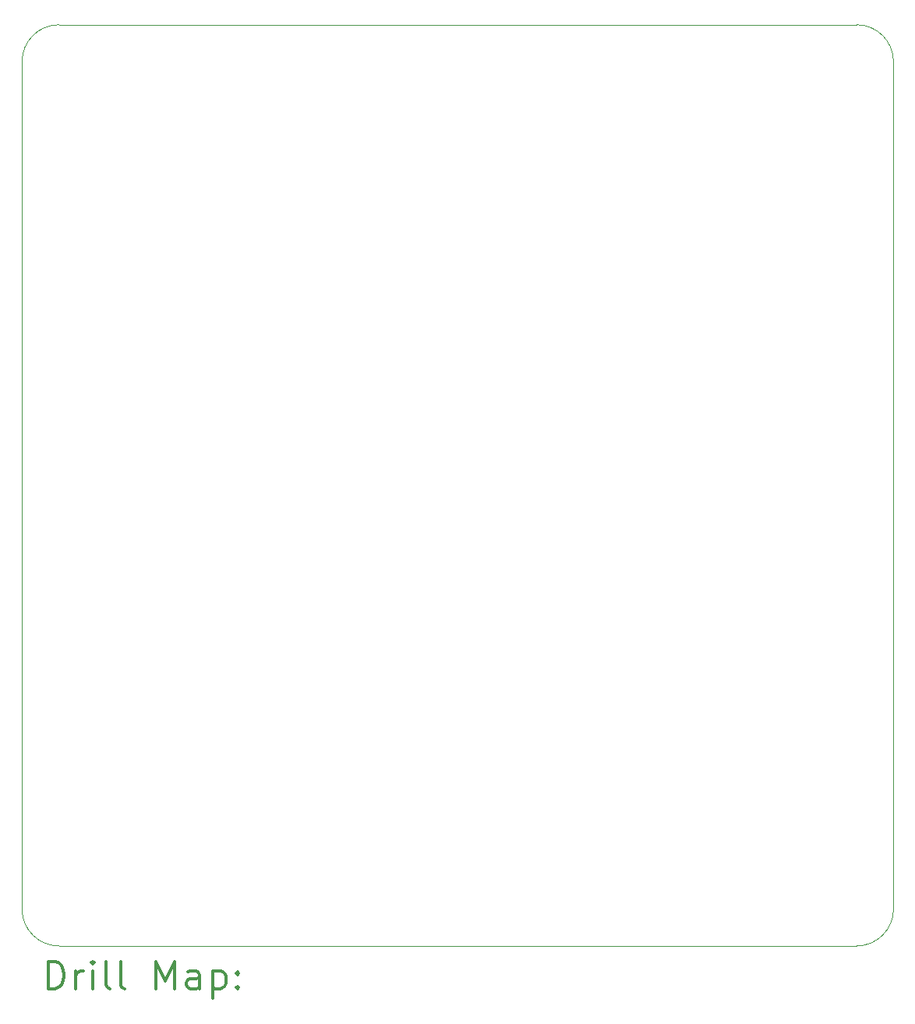
<source format=gbr>
%FSLAX45Y45*%
G04 Gerber Fmt 4.5, Leading zero omitted, Abs format (unit mm)*
G04 Created by KiCad (PCBNEW (5.1.5)-3) date 2020-03-30 01:43:17*
%MOMM*%
%LPD*%
G04 APERTURE LIST*
%TA.AperFunction,Profile*%
%ADD10C,0.050000*%
%TD*%
%ADD11C,0.200000*%
%ADD12C,0.300000*%
G04 APERTURE END LIST*
D10*
X19466980Y-13600000D02*
G75*
G02X19066980Y-14000000I-400000J0D01*
G01*
X19066980Y-4000000D02*
G75*
G02X19466980Y-4400000I0J-400000D01*
G01*
X10400000Y-14000000D02*
G75*
G02X10000000Y-13600000I0J400000D01*
G01*
X10000000Y-4400000D02*
G75*
G02X10400000Y-4000000I400000J0D01*
G01*
X19466980Y-4400000D02*
X19466980Y-13600000D01*
X10400000Y-4000000D02*
X19066980Y-4000000D01*
X10000000Y-13600000D02*
X10000000Y-4400000D01*
X19066980Y-14000000D02*
X10400000Y-14000000D01*
D11*
D12*
X10283928Y-14468214D02*
X10283928Y-14168214D01*
X10355357Y-14168214D01*
X10398214Y-14182500D01*
X10426786Y-14211071D01*
X10441071Y-14239643D01*
X10455357Y-14296786D01*
X10455357Y-14339643D01*
X10441071Y-14396786D01*
X10426786Y-14425357D01*
X10398214Y-14453929D01*
X10355357Y-14468214D01*
X10283928Y-14468214D01*
X10583928Y-14468214D02*
X10583928Y-14268214D01*
X10583928Y-14325357D02*
X10598214Y-14296786D01*
X10612500Y-14282500D01*
X10641071Y-14268214D01*
X10669643Y-14268214D01*
X10769643Y-14468214D02*
X10769643Y-14268214D01*
X10769643Y-14168214D02*
X10755357Y-14182500D01*
X10769643Y-14196786D01*
X10783928Y-14182500D01*
X10769643Y-14168214D01*
X10769643Y-14196786D01*
X10955357Y-14468214D02*
X10926786Y-14453929D01*
X10912500Y-14425357D01*
X10912500Y-14168214D01*
X11112500Y-14468214D02*
X11083928Y-14453929D01*
X11069643Y-14425357D01*
X11069643Y-14168214D01*
X11455357Y-14468214D02*
X11455357Y-14168214D01*
X11555357Y-14382500D01*
X11655357Y-14168214D01*
X11655357Y-14468214D01*
X11926786Y-14468214D02*
X11926786Y-14311071D01*
X11912500Y-14282500D01*
X11883928Y-14268214D01*
X11826786Y-14268214D01*
X11798214Y-14282500D01*
X11926786Y-14453929D02*
X11898214Y-14468214D01*
X11826786Y-14468214D01*
X11798214Y-14453929D01*
X11783928Y-14425357D01*
X11783928Y-14396786D01*
X11798214Y-14368214D01*
X11826786Y-14353929D01*
X11898214Y-14353929D01*
X11926786Y-14339643D01*
X12069643Y-14268214D02*
X12069643Y-14568214D01*
X12069643Y-14282500D02*
X12098214Y-14268214D01*
X12155357Y-14268214D01*
X12183928Y-14282500D01*
X12198214Y-14296786D01*
X12212500Y-14325357D01*
X12212500Y-14411071D01*
X12198214Y-14439643D01*
X12183928Y-14453929D01*
X12155357Y-14468214D01*
X12098214Y-14468214D01*
X12069643Y-14453929D01*
X12341071Y-14439643D02*
X12355357Y-14453929D01*
X12341071Y-14468214D01*
X12326786Y-14453929D01*
X12341071Y-14439643D01*
X12341071Y-14468214D01*
X12341071Y-14282500D02*
X12355357Y-14296786D01*
X12341071Y-14311071D01*
X12326786Y-14296786D01*
X12341071Y-14282500D01*
X12341071Y-14311071D01*
M02*

</source>
